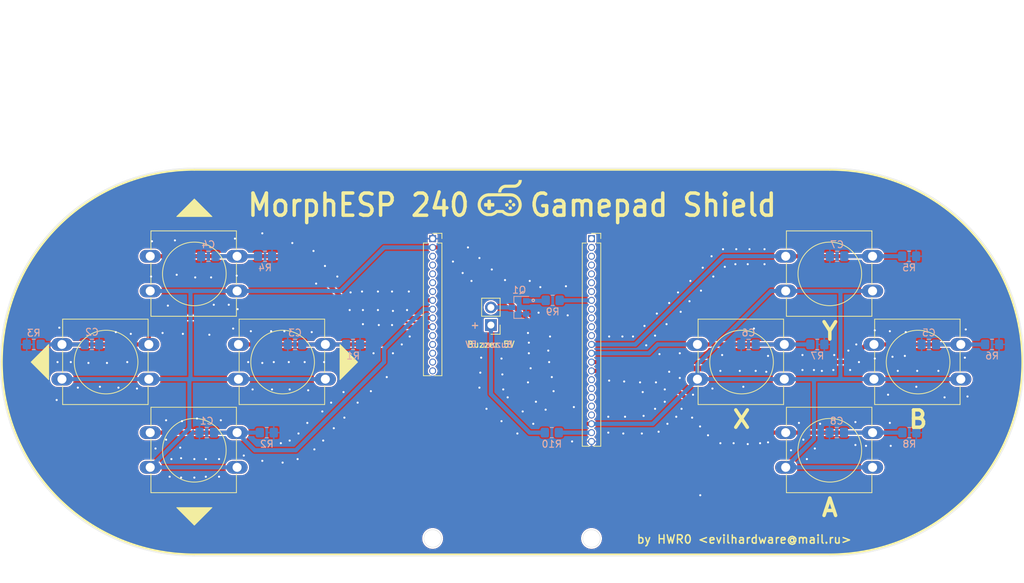
<source format=kicad_pcb>
(kicad_pcb (version 20171130) (host pcbnew "(5.1.8)-1")
  (layers (0 F.Cu signal) (31 B.Cu signal) (34 B.Paste user) (35 F.Paste user) (36 B.SilkS user) (37 F.SilkS user) (38 B.Mask user) (39 F.Mask user) (44 Edge.Cuts user))
  (net 0 "")
  (net 1 GND)
  (net 2 DOWN)
  (net 3 LEFT)
  (net 4 RIGHT)
  (net 5 UP)
  (net 6 BUTTONB)
  (net 7 BUTTONX)
  (net 8 BUTTONY)
  (net 9 BUTTONA)
  (net 10 "Net-(J1-Pad16)")
  (net 11 "Net-(J1-Pad15)")
  (net 12 "Net-(J1-Pad14)")
  (net 13 "Net-(J1-Pad13)")
  (net 14 "Net-(J1-Pad12)")
  (net 15 "Net-(J1-Pad7)")
  (net 16 "Net-(J1-Pad6)")
  (net 17 "Net-(J1-Pad5)")
  (net 18 "Net-(J1-Pad4)")
  (net 19 "Net-(J1-Pad3)")
  (net 20 LV)
  (net 21 HV)
  (net 22 "Net-(J2-Pad21)")
  (net 23 "Net-(J2-Pad20)")
  (net 24 "Net-(J2-Pad19)")
  (net 25 /TXD1)
  (net 26 /RXD1)
  (net 27 /IO39)
  (net 28 "Net-(J2-Pad7)")
  (net 29 "Net-(J2-Pad6)")
  (net 30 /IO41)
  (net 31 /TXD0)
  (net 32 /RXD0)
  (net 33 "Net-(J2-Pad2)")
  (net 34 "Net-(J2-Pad1)")
  (net 35 "Net-(J3-Pad2)")
  (net 36 "Net-(Q1-Pad1)")
  (net 37 "Net-(J3-Pad1)")
  (net 38 /IO35)
  (net 39 /IO36)
  (net 40 /IO37)
  (net 41 /IO38)
  (module mesp240_gamepadshield:SW_PUSH-12mm_with_3dmodel (layer F.Cu) (at 180.34 116.84)
    (fp_text reference SW8 hide)
    (fp_text value "Button A")
    (pad 2 thru_hole oval (at 0 5) (size 3.048 1.85) (drill 1.3) (layers *.Cu *.Mask) (net 20 LV))
    (pad 1 thru_hole oval (at 0 0) (size 3.048 1.85) (drill 1.3) (layers *.Cu *.Mask) (net 9 BUTTONA))
    (pad 2 thru_hole oval (at 12.5 5) (size 3.048 1.85) (drill 1.3) (layers *.Cu *.Mask) (net 20 LV))
    (pad 1 thru_hole oval (at 12.5 0) (size 3.048 1.85) (drill 1.3) (layers *.Cu *.Mask) (net 9 BUTTONA))
  )
  (module mesp240_gamepadshield:SW_PUSH-12mm_with_3dmodel (layer F.Cu) (at 180.34 91.44)
    (fp_text reference SW7 hide)
    (fp_text value "Button Y")
    (pad 2 thru_hole oval (at 0 5) (size 3.048 1.85) (drill 1.3) (layers *.Cu *.Mask) (net 20 LV))
    (pad 1 thru_hole oval (at 0 0) (size 3.048 1.85) (drill 1.3) (layers *.Cu *.Mask) (net 8 BUTTONY))
    (pad 2 thru_hole oval (at 12.5 5) (size 3.048 1.85) (drill 1.3) (layers *.Cu *.Mask) (net 20 LV))
    (pad 1 thru_hole oval (at 12.5 0) (size 3.048 1.85) (drill 1.3) (layers *.Cu *.Mask) (net 8 BUTTONY))
  )
  (module mesp240_gamepadshield:SW_PUSH-12mm_with_3dmodel (layer F.Cu) (at 167.64 104.14)
    (fp_text reference SW6 hide)
    (fp_text value "Button X")
    (pad 2 thru_hole oval (at 0 5) (size 3.048 1.85) (drill 1.3) (layers *.Cu *.Mask) (net 20 LV))
    (pad 1 thru_hole oval (at 0 0) (size 3.048 1.85) (drill 1.3) (layers *.Cu *.Mask) (net 7 BUTTONX))
    (pad 2 thru_hole oval (at 12.5 5) (size 3.048 1.85) (drill 1.3) (layers *.Cu *.Mask) (net 20 LV))
    (pad 1 thru_hole oval (at 12.5 0) (size 3.048 1.85) (drill 1.3) (layers *.Cu *.Mask) (net 7 BUTTONX))
  )
  (module mesp240_gamepadshield:SW_PUSH-12mm_with_3dmodel (layer F.Cu) (at 193.04 104.14)
    (fp_text reference SW5 hide)
    (fp_text value "Button B")
    (pad 2 thru_hole oval (at 0 5) (size 3.048 1.85) (drill 1.3) (layers *.Cu *.Mask) (net 20 LV))
    (pad 1 thru_hole oval (at 0 0) (size 3.048 1.85) (drill 1.3) (layers *.Cu *.Mask) (net 6 BUTTONB))
    (pad 2 thru_hole oval (at 12.5 5) (size 3.048 1.85) (drill 1.3) (layers *.Cu *.Mask) (net 20 LV))
    (pad 1 thru_hole oval (at 12.5 0) (size 3.048 1.85) (drill 1.3) (layers *.Cu *.Mask) (net 6 BUTTONB))
  )
  (module mesp240_gamepadshield:SW_PUSH-12mm_with_3dmodel (layer F.Cu) (at 88.9 91.44)
    (fp_text reference SW4 hide)
    (fp_text value "Button UP")
    (pad 2 thru_hole oval (at 0 5) (size 3.048 1.85) (drill 1.3) (layers *.Cu *.Mask) (net 20 LV))
    (pad 1 thru_hole oval (at 0 0) (size 3.048 1.85) (drill 1.3) (layers *.Cu *.Mask) (net 5 UP))
    (pad 2 thru_hole oval (at 12.5 5) (size 3.048 1.85) (drill 1.3) (layers *.Cu *.Mask) (net 20 LV))
    (pad 1 thru_hole oval (at 12.5 0) (size 3.048 1.85) (drill 1.3) (layers *.Cu *.Mask) (net 5 UP))
  )
  (module mesp240_gamepadshield:SW_PUSH-12mm_with_3dmodel (layer F.Cu) (at 101.6 104.14)
    (fp_text reference SW3 hide)
    (fp_text value "Button Right")
    (pad 2 thru_hole oval (at 0 5) (size 3.048 1.85) (drill 1.3) (layers *.Cu *.Mask) (net 20 LV))
    (pad 1 thru_hole oval (at 0 0) (size 3.048 1.85) (drill 1.3) (layers *.Cu *.Mask) (net 4 RIGHT))
    (pad 2 thru_hole oval (at 12.5 5) (size 3.048 1.85) (drill 1.3) (layers *.Cu *.Mask) (net 20 LV))
    (pad 1 thru_hole oval (at 12.5 0) (size 3.048 1.85) (drill 1.3) (layers *.Cu *.Mask) (net 4 RIGHT))
  )
  (module mesp240_gamepadshield:SW_PUSH-12mm_with_3dmodel (layer F.Cu) (at 76.2 104.14)
    (fp_text reference SW2 hide)
    (fp_text value "Button LEFT")
    (pad 2 thru_hole oval (at 0 5) (size 3.048 1.85) (drill 1.3) (layers *.Cu *.Mask) (net 20 LV))
    (pad 1 thru_hole oval (at 0 0) (size 3.048 1.85) (drill 1.3) (layers *.Cu *.Mask) (net 3 LEFT))
    (pad 2 thru_hole oval (at 12.5 5) (size 3.048 1.85) (drill 1.3) (layers *.Cu *.Mask) (net 20 LV))
    (pad 1 thru_hole oval (at 12.5 0) (size 3.048 1.85) (drill 1.3) (layers *.Cu *.Mask) (net 3 LEFT))
  )
  (module mesp240_gamepadshield:SW_PUSH-12mm_with_3dmodel (layer F.Cu) (at 88.9 116.84)
    (fp_text reference SW1 hide)
    (fp_text value "Button DOWN")
    (pad 2 thru_hole oval (at 0 5) (size 3.048 1.85) (drill 1.3) (layers *.Cu *.Mask) (net 20 LV))
    (pad 1 thru_hole oval (at 0 0) (size 3.048 1.85) (drill 1.3) (layers *.Cu *.Mask) (net 2 DOWN))
    (pad 2 thru_hole oval (at 12.5 5) (size 3.048 1.85) (drill 1.3) (layers *.Cu *.Mask) (net 20 LV))
    (pad 1 thru_hole oval (at 12.5 0) (size 3.048 1.85) (drill 1.3) (layers *.Cu *.Mask) (net 2 DOWN))
  )
  (module Resistor_SMD:R_0805_2012Metric_Pad1.20x1.40mm_HandSolder (layer B.Cu) (at 146.685 116.84)
    (fp_text reference R10 (at 0 1.65) (layer B.SilkS) (effects (justify mirror)))
    (fp_text value 100R)
    (pad 2 smd roundrect (at 1 0) (size 1.2 1.4) (layers B.Cu B.Paste B.Mask) (roundrect_rratio 0.2083325) (net 21 HV))
    (pad 1 smd roundrect (at -1 0) (size 1.2 1.4) (layers B.Cu B.Paste B.Mask) (roundrect_rratio 0.2083325) (net 37 "Net-(J3-Pad1)"))
  )
  (module mesp240_gamepadshield:gamepad_symbol_slk (layer F.Cu) (at 139.192 83.058)
    (fp_text reference G*** hide)
    (fp_text value LOGO hide)
  )
  (module Resistor_SMD:R_0805_2012Metric_Pad1.20x1.40mm_HandSolder (layer B.Cu) (at 146.812 97.79)
    (fp_text reference R9 (at 0 1.65) (layer B.SilkS) (effects (justify mirror)))
    (fp_text value 1K)
    (pad 2 smd roundrect (at 1 0) (size 1.2 1.4) (layers B.Cu B.Paste B.Mask) (roundrect_rratio 0.2083325) (net 27 /IO39))
    (pad 1 smd roundrect (at -1 0) (size 1.2 1.4) (layers B.Cu B.Paste B.Mask) (roundrect_rratio 0.2083325) (net 36 "Net-(Q1-Pad1)"))
  )
  (module Resistor_SMD:R_0805_2012Metric_Pad1.20x1.40mm_HandSolder (layer B.Cu) (at 198.136 116.84)
    (fp_text reference R8 (at 0 1.65) (layer B.SilkS) (effects (justify mirror)))
    (fp_text value 10K)
    (pad 2 smd roundrect (at 1 0) (size 1.2 1.4) (layers B.Cu B.Paste B.Mask) (roundrect_rratio 0.2083325) (net 1 GND))
    (pad 1 smd roundrect (at -1 0) (size 1.2 1.4) (layers B.Cu B.Paste B.Mask) (roundrect_rratio 0.2083325) (net 9 BUTTONA))
  )
  (module Resistor_SMD:R_0805_2012Metric_Pad1.20x1.40mm_HandSolder (layer B.Cu) (at 184.896 104.14)
    (fp_text reference R7 (at 0 1.65) (layer B.SilkS) (effects (justify mirror)))
    (fp_text value 10K)
    (pad 2 smd roundrect (at 1 0) (size 1.2 1.4) (layers B.Cu B.Paste B.Mask) (roundrect_rratio 0.2083325) (net 1 GND))
    (pad 1 smd roundrect (at -1 0) (size 1.2 1.4) (layers B.Cu B.Paste B.Mask) (roundrect_rratio 0.2083325) (net 7 BUTTONX))
  )
  (module Resistor_SMD:R_0805_2012Metric_Pad1.20x1.40mm_HandSolder (layer B.Cu) (at 210.042 104.14)
    (fp_text reference R6 (at 0 1.65) (layer B.SilkS) (effects (justify mirror)))
    (fp_text value 10K)
    (pad 2 smd roundrect (at 1 0) (size 1.2 1.4) (layers B.Cu B.Paste B.Mask) (roundrect_rratio 0.2083325) (net 1 GND))
    (pad 1 smd roundrect (at -1 0) (size 1.2 1.4) (layers B.Cu B.Paste B.Mask) (roundrect_rratio 0.2083325) (net 6 BUTTONB))
  )
  (module Resistor_SMD:R_0805_2012Metric_Pad1.20x1.40mm_HandSolder (layer B.Cu) (at 198.104 91.44)
    (fp_text reference R5 (at 0 1.65) (layer B.SilkS) (effects (justify mirror)))
    (fp_text value 10K)
    (pad 2 smd roundrect (at 1 0) (size 1.2 1.4) (layers B.Cu B.Paste B.Mask) (roundrect_rratio 0.2083325) (net 1 GND))
    (pad 1 smd roundrect (at -1 0) (size 1.2 1.4) (layers B.Cu B.Paste B.Mask) (roundrect_rratio 0.2083325) (net 8 BUTTONY))
  )
  (module Resistor_SMD:R_0805_2012Metric_Pad1.20x1.40mm_HandSolder (layer B.Cu) (at 105.426 91.44)
    (fp_text reference R4 (at 0 1.65) (layer B.SilkS) (effects (justify mirror)))
    (fp_text value 10K)
    (pad 2 smd roundrect (at 1 0) (size 1.2 1.4) (layers B.Cu B.Paste B.Mask) (roundrect_rratio 0.2083325) (net 1 GND))
    (pad 1 smd roundrect (at -1 0) (size 1.2 1.4) (layers B.Cu B.Paste B.Mask) (roundrect_rratio 0.2083325) (net 5 UP))
  )
  (module Resistor_SMD:R_0805_2012Metric_Pad1.20x1.40mm_HandSolder (layer B.Cu) (at 72.136 104.14 180)
    (fp_text reference R3 (at 0 1.65) (layer B.SilkS) (effects (justify mirror)))
    (fp_text value 10K)
    (pad 2 smd roundrect (at 1 0 180) (size 1.2 1.4) (layers B.Cu B.Paste B.Mask) (roundrect_rratio 0.2083325) (net 1 GND))
    (pad 1 smd roundrect (at -1 0 180) (size 1.2 1.4) (layers B.Cu B.Paste B.Mask) (roundrect_rratio 0.2083325) (net 3 LEFT))
  )
  (module Resistor_SMD:R_0805_2012Metric_Pad1.20x1.40mm_HandSolder (layer B.Cu) (at 105.68 116.84)
    (fp_text reference R2 (at 0 1.65) (layer B.SilkS) (effects (justify mirror)))
    (fp_text value 10K)
    (pad 2 smd roundrect (at 1 0) (size 1.2 1.4) (layers B.Cu B.Paste B.Mask) (roundrect_rratio 0.2083325) (net 1 GND))
    (pad 1 smd roundrect (at -1 0) (size 1.2 1.4) (layers B.Cu B.Paste B.Mask) (roundrect_rratio 0.2083325) (net 2 DOWN))
  )
  (module Resistor_SMD:R_0805_2012Metric_Pad1.20x1.40mm_HandSolder (layer B.Cu) (at 118.094 104.14)
    (fp_text reference R1 (at 0 1.65) (layer B.SilkS) (effects (justify mirror)))
    (fp_text value 10K)
    (pad 2 smd roundrect (at 1 0) (size 1.2 1.4) (layers B.Cu B.Paste B.Mask) (roundrect_rratio 0.2083325) (net 1 GND))
    (pad 1 smd roundrect (at -1 0) (size 1.2 1.4) (layers B.Cu B.Paste B.Mask) (roundrect_rratio 0.2083325) (net 4 RIGHT))
  )
  (module Package_TO_SOT_SMD:SOT-23 (layer B.Cu) (at 141.986 98.806 180)
    (fp_text reference Q1 (at 0 2.5) (layer B.SilkS) (effects (justify mirror)))
    (fp_text value MMBT3904)
    (pad 3 smd rect (at 1 0 180) (size 0.9 0.8) (layers B.Cu B.Paste B.Mask) (net 35 "Net-(J3-Pad2)"))
    (pad 2 smd rect (at -1 -0.95 180) (size 0.9 0.8) (layers B.Cu B.Paste B.Mask) (net 1 GND))
    (pad 1 smd rect (at -1 0.95 180) (size 0.9 0.8) (layers B.Cu B.Paste B.Mask) (net 36 "Net-(Q1-Pad1)"))
  )
  (module Connector_PinHeader_2.54mm:PinHeader_1x02_P2.54mm_Vertical (layer F.Cu) (at 137.922 101.346 180)
    (fp_text reference J3 hide)
    (fp_text value "Piezo Connector")
    (pad 2 thru_hole oval (at 0 2.54 180) (size 1.7 1.7) (drill 1) (layers *.Cu *.Mask) (net 35 "Net-(J3-Pad2)"))
    (pad 1 thru_hole rect (at 0 0 180) (size 1.7 1.7) (drill 1) (layers *.Cu *.Mask) (net 37 "Net-(J3-Pad1)"))
  )
  (module Connector_PinSocket_1.27mm:PinSocket_1x24_P1.27mm_Vertical (layer F.Cu) (at 152.4 88.9)
    (fp_text reference J2 hide)
    (fp_text value "1.27P CNX")
    (pad 24 thru_hole oval (at 0 29.21) (size 1 1) (drill 0.7) (layers *.Cu *.Mask) (net 1 GND))
    (pad 23 thru_hole oval (at 0 27.94) (size 1 1) (drill 0.7) (layers *.Cu *.Mask) (net 21 HV))
    (pad 22 thru_hole oval (at 0 26.67) (size 1 1) (drill 0.7) (layers *.Cu *.Mask) (net 20 LV))
    (pad 21 thru_hole oval (at 0 25.4) (size 1 1) (drill 0.7) (layers *.Cu *.Mask) (net 22 "Net-(J2-Pad21)"))
    (pad 20 thru_hole oval (at 0 24.13) (size 1 1) (drill 0.7) (layers *.Cu *.Mask) (net 23 "Net-(J2-Pad20)"))
    (pad 19 thru_hole oval (at 0 22.86) (size 1 1) (drill 0.7) (layers *.Cu *.Mask) (net 24 "Net-(J2-Pad19)"))
    (pad 18 thru_hole oval (at 0 21.59) (size 1 1) (drill 0.7) (layers *.Cu *.Mask) (net 25 /TXD1))
    (pad 17 thru_hole oval (at 0 20.32) (size 1 1) (drill 0.7) (layers *.Cu *.Mask) (net 26 /RXD1))
    (pad 16 thru_hole oval (at 0 19.05) (size 1 1) (drill 0.7) (layers *.Cu *.Mask) (net 9 BUTTONA))
    (pad 15 thru_hole oval (at 0 17.78) (size 1 1) (drill 0.7) (layers *.Cu *.Mask) (net 6 BUTTONB))
    (pad 14 thru_hole oval (at 0 16.51) (size 1 1) (drill 0.7) (layers *.Cu *.Mask) (net 7 BUTTONX))
    (pad 13 thru_hole oval (at 0 15.24) (size 1 1) (drill 0.7) (layers *.Cu *.Mask) (net 8 BUTTONY))
    (pad 12 thru_hole oval (at 0 13.97) (size 1 1) (drill 0.7) (layers *.Cu *.Mask) (net 38 /IO35))
    (pad 11 thru_hole oval (at 0 12.7) (size 1 1) (drill 0.7) (layers *.Cu *.Mask) (net 39 /IO36))
    (pad 10 thru_hole oval (at 0 11.43) (size 1 1) (drill 0.7) (layers *.Cu *.Mask) (net 40 /IO37))
    (pad 9 thru_hole oval (at 0 10.16) (size 1 1) (drill 0.7) (layers *.Cu *.Mask) (net 41 /IO38))
    (pad 8 thru_hole oval (at 0 8.89) (size 1 1) (drill 0.7) (layers *.Cu *.Mask) (net 27 /IO39))
    (pad 7 thru_hole oval (at 0 7.62) (size 1 1) (drill 0.7) (layers *.Cu *.Mask) (net 28 "Net-(J2-Pad7)"))
    (pad 6 thru_hole oval (at 0 6.35) (size 1 1) (drill 0.7) (layers *.Cu *.Mask) (net 29 "Net-(J2-Pad6)"))
    (pad 5 thru_hole oval (at 0 5.08) (size 1 1) (drill 0.7) (layers *.Cu *.Mask) (net 30 /IO41))
    (pad 4 thru_hole oval (at 0 3.81) (size 1 1) (drill 0.7) (layers *.Cu *.Mask) (net 31 /TXD0))
    (pad 3 thru_hole oval (at 0 2.54) (size 1 1) (drill 0.7) (layers *.Cu *.Mask) (net 32 /RXD0))
    (pad 2 thru_hole oval (at 0 1.27) (size 1 1) (drill 0.7) (layers *.Cu *.Mask) (net 33 "Net-(J2-Pad2)"))
    (pad 1 thru_hole rect (at 0 0) (size 1 1) (drill 0.7) (layers *.Cu *.Mask) (net 34 "Net-(J2-Pad1)"))
  )
  (module Connector_PinSocket_1.27mm:PinSocket_1x16_P1.27mm_Vertical (layer F.Cu) (at 129.54 88.9)
    (fp_text reference J1 hide)
    (fp_text value "1.27P CNX")
    (pad 16 thru_hole oval (at 0 19.05) (size 1 1) (drill 0.7) (layers *.Cu *.Mask) (net 10 "Net-(J1-Pad16)"))
    (pad 15 thru_hole oval (at 0 17.78) (size 1 1) (drill 0.7) (layers *.Cu *.Mask) (net 11 "Net-(J1-Pad15)"))
    (pad 14 thru_hole oval (at 0 16.51) (size 1 1) (drill 0.7) (layers *.Cu *.Mask) (net 12 "Net-(J1-Pad14)"))
    (pad 13 thru_hole oval (at 0 15.24) (size 1 1) (drill 0.7) (layers *.Cu *.Mask) (net 13 "Net-(J1-Pad13)"))
    (pad 12 thru_hole oval (at 0 13.97) (size 1 1) (drill 0.7) (layers *.Cu *.Mask) (net 14 "Net-(J1-Pad12)"))
    (pad 11 thru_hole oval (at 0 12.7) (size 1 1) (drill 0.7) (layers *.Cu *.Mask) (net 4 RIGHT))
    (pad 10 thru_hole oval (at 0 11.43) (size 1 1) (drill 0.7) (layers *.Cu *.Mask) (net 3 LEFT))
    (pad 9 thru_hole oval (at 0 10.16) (size 1 1) (drill 0.7) (layers *.Cu *.Mask) (net 2 DOWN))
    (pad 8 thru_hole oval (at 0 8.89) (size 1 1) (drill 0.7) (layers *.Cu *.Mask) (net 5 UP))
    (pad 7 thru_hole oval (at 0 7.62) (size 1 1) (drill 0.7) (layers *.Cu *.Mask) (net 15 "Net-(J1-Pad7)"))
    (pad 6 thru_hole oval (at 0 6.35) (size 1 1) (drill 0.7) (layers *.Cu *.Mask) (net 16 "Net-(J1-Pad6)"))
    (pad 5 thru_hole oval (at 0 5.08) (size 1 1) (drill 0.7) (layers *.Cu *.Mask) (net 17 "Net-(J1-Pad5)"))
    (pad 4 thru_hole oval (at 0 3.81) (size 1 1) (drill 0.7) (layers *.Cu *.Mask) (net 18 "Net-(J1-Pad4)"))
    (pad 3 thru_hole oval (at 0 2.54) (size 1 1) (drill 0.7) (layers *.Cu *.Mask) (net 19 "Net-(J1-Pad3)"))
    (pad 2 thru_hole oval (at 0 1.27) (size 1 1) (drill 0.7) (layers *.Cu *.Mask) (net 20 LV))
    (pad 1 thru_hole rect (at 0 0) (size 1 1) (drill 0.7) (layers *.Cu *.Mask) (net 1 GND))
  )
  (module Capacitor_SMD:C_0805_2012Metric_Pad1.18x1.45mm_HandSolder (layer B.Cu) (at 187.6845 116.84 180)
    (fp_text reference C8 (at 0 1.68) (layer B.SilkS) (effects (justify mirror)))
    (fp_text value 100nF)
    (pad 2 smd roundrect (at 1.0375 0 180) (size 1.175 1.45) (layers B.Cu B.Paste B.Mask) (roundrect_rratio 0.2127659574468085) (net 1 GND))
    (pad 1 smd roundrect (at -1.0375 0 180) (size 1.175 1.45) (layers B.Cu B.Paste B.Mask) (roundrect_rratio 0.2127659574468085) (net 9 BUTTONA))
  )
  (module Capacitor_SMD:C_0805_2012Metric_Pad1.18x1.45mm_HandSolder (layer B.Cu) (at 187.7275 91.44 180)
    (fp_text reference C7 (at 0 1.68) (layer B.SilkS) (effects (justify mirror)))
    (fp_text value 100nF)
    (pad 2 smd roundrect (at 1.0375 0 180) (size 1.175 1.45) (layers B.Cu B.Paste B.Mask) (roundrect_rratio 0.2127659574468085) (net 1 GND))
    (pad 1 smd roundrect (at -1.0375 0 180) (size 1.175 1.45) (layers B.Cu B.Paste B.Mask) (roundrect_rratio 0.2127659574468085) (net 8 BUTTONY))
  )
  (module Capacitor_SMD:C_0805_2012Metric_Pad1.18x1.45mm_HandSolder (layer B.Cu) (at 174.9845 104.14 180)
    (fp_text reference C6 (at 0 1.68) (layer B.SilkS) (effects (justify mirror)))
    (fp_text value 100nF)
    (pad 2 smd roundrect (at 1.0375 0 180) (size 1.175 1.45) (layers B.Cu B.Paste B.Mask) (roundrect_rratio 0.2127659574468085) (net 1 GND))
    (pad 1 smd roundrect (at -1.0375 0 180) (size 1.175 1.45) (layers B.Cu B.Paste B.Mask) (roundrect_rratio 0.2127659574468085) (net 7 BUTTONX))
  )
  (module Capacitor_SMD:C_0805_2012Metric_Pad1.18x1.45mm_HandSolder (layer B.Cu) (at 200.9355 104.14 180)
    (fp_text reference C5 (at 0 1.68) (layer B.SilkS) (effects (justify mirror)))
    (fp_text value 100nF)
    (pad 2 smd roundrect (at 1.0375 0 180) (size 1.175 1.45) (layers B.Cu B.Paste B.Mask) (roundrect_rratio 0.2127659574468085) (net 1 GND))
    (pad 1 smd roundrect (at -1.0375 0 180) (size 1.175 1.45) (layers B.Cu B.Paste B.Mask) (roundrect_rratio 0.2127659574468085) (net 6 BUTTONB))
  )
  (module Capacitor_SMD:C_0805_2012Metric_Pad1.18x1.45mm_HandSolder (layer B.Cu) (at 97.2605 91.44 180)
    (fp_text reference C4 (at 0 1.68) (layer B.SilkS) (effects (justify mirror)))
    (fp_text value 100nF)
    (pad 2 smd roundrect (at 1.0375 0 180) (size 1.175 1.45) (layers B.Cu B.Paste B.Mask) (roundrect_rratio 0.2127659574468085) (net 1 GND))
    (pad 1 smd roundrect (at -1.0375 0 180) (size 1.175 1.45) (layers B.Cu B.Paste B.Mask) (roundrect_rratio 0.2127659574468085) (net 5 UP))
  )
  (module Capacitor_SMD:C_0805_2012Metric_Pad1.18x1.45mm_HandSolder (layer B.Cu) (at 109.728 104.14 180)
    (fp_text reference C3 (at 0 1.68) (layer B.SilkS) (effects (justify mirror)))
    (fp_text value 100nF)
    (pad 2 smd roundrect (at 1.0375 0 180) (size 1.175 1.45) (layers B.Cu B.Paste B.Mask) (roundrect_rratio 0.2127659574468085) (net 1 GND))
    (pad 1 smd roundrect (at -1.0375 0 180) (size 1.175 1.45) (layers B.Cu B.Paste B.Mask) (roundrect_rratio 0.2127659574468085) (net 4 RIGHT))
  )
  (module Capacitor_SMD:C_0805_2012Metric_Pad1.18x1.45mm_HandSolder (layer B.Cu) (at 80.518 104.14)
    (fp_text reference C2 (at 0 -1.778) (layer B.SilkS) (effects (justify mirror)))
    (fp_text value 100nF)
    (pad 2 smd roundrect (at 1.0375 0) (size 1.175 1.45) (layers B.Cu B.Paste B.Mask) (roundrect_rratio 0.2127659574468085) (net 1 GND))
    (pad 1 smd roundrect (at -1.0375 0) (size 1.175 1.45) (layers B.Cu B.Paste B.Mask) (roundrect_rratio 0.2127659574468085) (net 3 LEFT))
  )
  (module Capacitor_SMD:C_0805_2012Metric_Pad1.18x1.45mm_HandSolder (layer B.Cu) (at 97.028 116.84 180)
    (fp_text reference C1 (at 0 1.68) (layer B.SilkS) (effects (justify mirror)))
    (fp_text value 100nF)
    (pad 2 smd roundrect (at 1.0375 0 180) (size 1.175 1.45) (layers B.Cu B.Paste B.Mask) (roundrect_rratio 0.2127659574468085) (net 1 GND))
    (pad 1 smd roundrect (at -1.0375 0 180) (size 1.175 1.45) (layers B.Cu B.Paste B.Mask) (roundrect_rratio 0.2127659574468085) (net 2 DOWN))
  )
  (gr_circle (center 144.018 97.79) (end 144.145 97.917) (layer B.SilkS) (width 0.15))
  (gr_poly (pts (xy 97.79 127.635) (xy 95.25 130.175) (xy 92.71 127.635)) (layer F.SilkS) (width 0.1))
  (gr_poly (pts (xy 116.205 104.14) (xy 118.745 106.68) (xy 116.205 109.22)) (layer F.SilkS) (width 0.1))
  (gr_poly (pts (xy 92.71 85.725) (xy 95.25 83.185) (xy 97.79 85.725)) (layer F.SilkS) (width 0.1))
  (gr_poly (pts (xy 74.295 109.22) (xy 71.755 106.68) (xy 74.295 104.14)) (layer F.SilkS) (width 0.1))
  (gr_text Y (at 186.69 102.235) (layer F.SilkS) (effects (font (size 2.5 2.5) (thickness 0.5))))
  (gr_text B (at 199.39 114.935) (layer F.SilkS) (effects (font (size 2.5 2.5) (thickness 0.5))))
  (gr_text A (at 186.69 127.635) (layer F.SilkS) (effects (font (size 2.5 2.5) (thickness 0.5))))
  (gr_text X (at 173.99 114.935) (layer F.SilkS) (effects (font (size 2.5 2.5) (thickness 0.5))))
  (gr_line (start 95.25 134.366) (end 186.69 134.366) (layer F.SilkS) (width 0.25))
  (gr_line (start 95.25 78.994) (end 186.69 78.994) (layer F.SilkS) (width 0.25))
  (gr_arc (start 186.69 106.68) (end 186.69 134.366) (angle -180) (layer F.SilkS) (width 0.25))
  (gr_arc (start 95.25 106.68) (end 95.25 78.994) (angle -180) (layer F.SilkS) (width 0.25))
  (gr_text + (at 135.636 101.346) (layer B.SilkS) (effects (font (size 1 1)) (justify mirror)))
  (gr_text + (at 135.636 101.346) (layer F.SilkS) (effects (font (size 1 1))))
  (gr_text "Buzzer 5V" (at 137.668 104.14) (layer B.SilkS) (effects (font (size 0.9 0.9)) (justify mirror)))
  (gr_text "Buzzer 5V" (at 137.922 104.14) (layer F.SilkS) (effects (font (size 0.9 0.9))))
  (gr_text "by HWR0 <evilhardware@mail.ru>" (at 174.371 132.207) (layer F.SilkS) (effects (font (size 1.2 1.2) (thickness 0.2))))
  (gr_text "MorphESP 240    Gamepad Shield" (at 140.97 84.074) (layer F.SilkS) (effects (font (size 3.2 2.9) (thickness 0.5))))
  (gr_line (start 95.25 78.74) (end 186.69 78.74) (layer Edge.Cuts) (width 0.05))
  (gr_line (start 95.25 134.62) (end 186.69 134.62) (layer Edge.Cuts) (width 0.05))
  (gr_arc (start 186.69 106.68) (end 186.69 134.62) (angle -90) (layer Edge.Cuts) (width 0.05))
  (gr_arc (start 186.69 106.68) (end 214.63 106.68) (angle -90) (layer Edge.Cuts) (width 0.05))
  (gr_arc (start 95.25 106.68) (end 95.25 78.74) (angle -90) (layer Edge.Cuts) (width 0.05))
  (gr_arc (start 95.25 106.68) (end 67.31 106.68) (angle -90) (layer Edge.Cuts) (width 0.05))
  (gr_circle (center 129.54 132.08) (end 130.81 132.08) (layer Edge.Cuts) (width 0.05))
  (gr_circle (center 152.4 132.08) (end 152.4 130.81) (layer Edge.Cuts) (width 0.05))
  (via (at 168.0464 125.857) (size 0.6) (drill 0.3) (layers F.Cu B.Cu) (net 1))
  (via (at 159.766 110.998) (size 0.6) (drill 0.3) (layers F.Cu B.Cu) (net 1))
  (via (at 165.1 105.41) (size 0.6) (drill 0.3) (layers F.Cu B.Cu) (net 1))
  (via (at 175.768 101.854) (size 0.6) (drill 0.3) (layers F.Cu B.Cu) (net 1))
  (segment (start 173.947 103.675) (end 175.768 101.854) (width 0.6) (layer B.Cu) (net 1))
  (segment (start 173.947 104.14) (end 173.947 103.675) (width 0.6) (layer B.Cu) (net 1))
  (via (at 154.94 102.997) (size 0.6) (drill 0.3) (layers F.Cu B.Cu) (net 1))
  (via (at 156.845 102.997) (size 0.6) (drill 0.3) (layers F.Cu B.Cu) (net 1))
  (via (at 158.369 102.997) (size 0.6) (drill 0.3) (layers F.Cu B.Cu) (net 1))
  (via (at 160.02 101.473) (size 0.6) (drill 0.3) (layers F.Cu B.Cu) (net 1))
  (via (at 161.798 99.695) (size 0.6) (drill 0.3) (layers F.Cu B.Cu) (net 1))
  (via (at 163.576 98.171) (size 0.6) (drill 0.3) (layers F.Cu B.Cu) (net 1))
  (via (at 164.846 96.647) (size 0.6) (drill 0.3) (layers F.Cu B.Cu) (net 1))
  (via (at 166.624 94.996) (size 0.6) (drill 0.3) (layers F.Cu B.Cu) (net 1))
  (via (at 168.402 93.091) (size 0.6) (drill 0.3) (layers F.Cu B.Cu) (net 1))
  (via (at 169.672 91.44) (size 0.6) (drill 0.3) (layers F.Cu B.Cu) (net 1))
  (via (at 171.323 90.424) (size 0.6) (drill 0.3) (layers F.Cu B.Cu) (net 1))
  (via (at 173.228 90.424) (size 0.6) (drill 0.3) (layers F.Cu B.Cu) (net 1))
  (via (at 175.133 90.424) (size 0.6) (drill 0.3) (layers F.Cu B.Cu) (net 1))
  (via (at 177.292 90.424) (size 0.6) (drill 0.3) (layers F.Cu B.Cu) (net 1))
  (via (at 177.292 92.583) (size 0.6) (drill 0.3) (layers F.Cu B.Cu) (net 1))
  (via (at 174.879 92.583) (size 0.6) (drill 0.3) (layers F.Cu B.Cu) (net 1))
  (via (at 173.101 92.583) (size 0.6) (drill 0.3) (layers F.Cu B.Cu) (net 1))
  (via (at 171.577 92.964) (size 0.6) (drill 0.3) (layers F.Cu B.Cu) (net 1))
  (via (at 169.926 94.361) (size 0.6) (drill 0.3) (layers F.Cu B.Cu) (net 1))
  (via (at 168.148 96.393) (size 0.6) (drill 0.3) (layers F.Cu B.Cu) (net 1))
  (via (at 166.497 97.917) (size 0.6) (drill 0.3) (layers F.Cu B.Cu) (net 1))
  (via (at 165.227 99.441) (size 0.6) (drill 0.3) (layers F.Cu B.Cu) (net 1))
  (via (at 163.195 101.219) (size 0.6) (drill 0.3) (layers F.Cu B.Cu) (net 1))
  (via (at 161.544 102.87) (size 0.6) (drill 0.3) (layers F.Cu B.Cu) (net 1))
  (via (at 160.274 104.267) (size 0.6) (drill 0.3) (layers F.Cu B.Cu) (net 1))
  (via (at 162.179 105.537) (size 0.6) (drill 0.3) (layers F.Cu B.Cu) (net 1))
  (via (at 163.576 108.077) (size 0.6) (drill 0.3) (layers F.Cu B.Cu) (net 1))
  (via (at 154.94 109.347) (size 0.6) (drill 0.3) (layers F.Cu B.Cu) (net 1))
  (via (at 157.099 109.474) (size 0.6) (drill 0.3) (layers F.Cu B.Cu) (net 1))
  (via (at 159.385 109.601) (size 0.6) (drill 0.3) (layers F.Cu B.Cu) (net 1))
  (via (at 161.671 109.601) (size 0.6) (drill 0.3) (layers F.Cu B.Cu) (net 1))
  (via (at 162.941 110.617) (size 0.6) (drill 0.3) (layers F.Cu B.Cu) (net 1))
  (via (at 165.354 113.411) (size 0.6) (drill 0.3) (layers F.Cu B.Cu) (net 1))
  (via (at 166.878 114.681) (size 0.6) (drill 0.3) (layers F.Cu B.Cu) (net 1))
  (via (at 168.021 115.951) (size 0.6) (drill 0.3) (layers F.Cu B.Cu) (net 1))
  (via (at 169.164 117.221) (size 0.6) (drill 0.3) (layers F.Cu B.Cu) (net 1))
  (via (at 170.942 118.364) (size 0.6) (drill 0.3) (layers F.Cu B.Cu) (net 1))
  (via (at 172.847 118.364) (size 0.6) (drill 0.3) (layers F.Cu B.Cu) (net 1))
  (via (at 174.879 118.491) (size 0.6) (drill 0.3) (layers F.Cu B.Cu) (net 1))
  (via (at 176.657 118.364) (size 0.6) (drill 0.3) (layers F.Cu B.Cu) (net 1))
  (via (at 177.8 118.237) (size 0.6) (drill 0.3) (layers F.Cu B.Cu) (net 1))
  (via (at 154.813 116.84) (size 0.6) (drill 0.3) (layers F.Cu B.Cu) (net 1))
  (via (at 156.972 116.967) (size 0.6) (drill 0.3) (layers F.Cu B.Cu) (net 1))
  (via (at 159.639 116.967) (size 0.6) (drill 0.3) (layers F.Cu B.Cu) (net 1))
  (via (at 162.052 116.713) (size 0.6) (drill 0.3) (layers F.Cu B.Cu) (net 1))
  (via (at 163.322 115.57) (size 0.6) (drill 0.3) (layers F.Cu B.Cu) (net 1))
  (via (at 164.592 114.554) (size 0.6) (drill 0.3) (layers F.Cu B.Cu) (net 1))
  (via (at 154.813 114.554) (size 0.6) (drill 0.3) (layers F.Cu B.Cu) (net 1))
  (via (at 157.226 114.554) (size 0.6) (drill 0.3) (layers F.Cu B.Cu) (net 1))
  (via (at 159.893 114.427) (size 0.6) (drill 0.3) (layers F.Cu B.Cu) (net 1))
  (via (at 161.544 113.411) (size 0.6) (drill 0.3) (layers F.Cu B.Cu) (net 1))
  (via (at 162.941 112.395) (size 0.6) (drill 0.3) (layers F.Cu B.Cu) (net 1))
  (via (at 165.1 108.966) (size 0.6) (drill 0.3) (layers F.Cu B.Cu) (net 1))
  (via (at 167.005 111.379) (size 0.6) (drill 0.3) (layers F.Cu B.Cu) (net 1))
  (via (at 169.799 110.49) (size 0.6) (drill 0.3) (layers F.Cu B.Cu) (net 1))
  (via (at 174.244 110.236) (size 0.6) (drill 0.3) (layers F.Cu B.Cu) (net 1))
  (via (at 170.942 107.95) (size 0.6) (drill 0.3) (layers F.Cu B.Cu) (net 1))
  (via (at 173.736 107.95) (size 0.6) (drill 0.3) (layers F.Cu B.Cu) (net 1))
  (via (at 176.022 107.95) (size 0.6) (drill 0.3) (layers F.Cu B.Cu) (net 1))
  (via (at 171.196 105.664) (size 0.6) (drill 0.3) (layers F.Cu B.Cu) (net 1))
  (via (at 177.8 105.791) (size 0.6) (drill 0.3) (layers F.Cu B.Cu) (net 1))
  (via (at 177.546 108.077) (size 0.6) (drill 0.3) (layers F.Cu B.Cu) (net 1))
  (via (at 182.753 107.823) (size 0.6) (drill 0.3) (layers F.Cu B.Cu) (net 1))
  (via (at 182.753 105.664) (size 0.6) (drill 0.3) (layers F.Cu B.Cu) (net 1))
  (via (at 184.404 107.823) (size 0.6) (drill 0.3) (layers F.Cu B.Cu) (net 1))
  (via (at 185.547 107.95) (size 0.6) (drill 0.3) (layers F.Cu B.Cu) (net 1))
  (via (at 187.325 105.664) (size 0.6) (drill 0.3) (layers F.Cu B.Cu) (net 1))
  (via (at 187.198 107.823) (size 0.6) (drill 0.3) (layers F.Cu B.Cu) (net 1))
  (via (at 189.357 105.029) (size 0.6) (drill 0.3) (layers F.Cu B.Cu) (net 1))
  (via (at 189.611 107.823) (size 0.6) (drill 0.3) (layers F.Cu B.Cu) (net 1))
  (via (at 190.881 106.68) (size 0.6) (drill 0.3) (layers F.Cu B.Cu) (net 1))
  (via (at 190.5 104.14) (size 0.6) (drill 0.3) (layers F.Cu B.Cu) (net 1))
  (via (at 193.167 106.172) (size 0.6) (drill 0.3) (layers F.Cu B.Cu) (net 1))
  (via (at 193.167 102.108) (size 0.6) (drill 0.3) (layers F.Cu B.Cu) (net 1))
  (via (at 195.326 102.235) (size 0.6) (drill 0.3) (layers F.Cu B.Cu) (net 1))
  (via (at 195.707 105.918) (size 0.6) (drill 0.3) (layers F.Cu B.Cu) (net 1))
  (via (at 197.485 105.791) (size 0.6) (drill 0.3) (layers F.Cu B.Cu) (net 1))
  (via (at 197.612 102.362) (size 0.6) (drill 0.3) (layers F.Cu B.Cu) (net 1))
  (via (at 206.121 106.045) (size 0.6) (drill 0.3) (layers F.Cu B.Cu) (net 1))
  (via (at 206.248 101.981) (size 0.6) (drill 0.3) (layers F.Cu B.Cu) (net 1))
  (via (at 206.502 111.633) (size 0.6) (drill 0.3) (layers F.Cu B.Cu) (net 1))
  (via (at 203.2 111.76) (size 0.6) (drill 0.3) (layers F.Cu B.Cu) (net 1))
  (via (at 199.136 110.236) (size 0.6) (drill 0.3) (layers F.Cu B.Cu) (net 1))
  (via (at 199.263 107.95) (size 0.6) (drill 0.3) (layers F.Cu B.Cu) (net 1))
  (via (at 196.469 107.95) (size 0.6) (drill 0.3) (layers F.Cu B.Cu) (net 1))
  (via (at 202.311 107.95) (size 0.6) (drill 0.3) (layers F.Cu B.Cu) (net 1))
  (via (at 195.072 111.379) (size 0.6) (drill 0.3) (layers F.Cu B.Cu) (net 1))
  (via (at 182.245 115.443) (size 0.6) (drill 0.3) (layers F.Cu B.Cu) (net 1))
  (via (at 182.88 117.856) (size 0.6) (drill 0.3) (layers F.Cu B.Cu) (net 1))
  (via (at 181.102 119.38) (size 0.6) (drill 0.3) (layers F.Cu B.Cu) (net 1))
  (via (at 183.388 120.65) (size 0.6) (drill 0.3) (layers F.Cu B.Cu) (net 1))
  (via (at 184.531 119.126) (size 0.6) (drill 0.3) (layers F.Cu B.Cu) (net 1))
  (via (at 185.293 115.57) (size 0.6) (drill 0.3) (layers F.Cu B.Cu) (net 1))
  (via (at 190.373 115.316) (size 0.6) (drill 0.3) (layers F.Cu B.Cu) (net 1))
  (via (at 190.373 118.618) (size 0.6) (drill 0.3) (layers F.Cu B.Cu) (net 1))
  (via (at 191.897 118.745) (size 0.6) (drill 0.3) (layers F.Cu B.Cu) (net 1))
  (via (at 195.453 118.745) (size 0.6) (drill 0.3) (layers F.Cu B.Cu) (net 1))
  (via (at 195.326 115.443) (size 0.6) (drill 0.3) (layers F.Cu B.Cu) (net 1))
  (via (at 136.525 106.045) (size 0.6) (drill 0.3) (layers F.Cu B.Cu) (net 1))
  (via (at 139.446 106.172) (size 0.6) (drill 0.3) (layers F.Cu B.Cu) (net 1))
  (via (at 136.398 108.204) (size 0.6) (drill 0.3) (layers F.Cu B.Cu) (net 1))
  (via (at 139.573 108.458) (size 0.6) (drill 0.3) (layers F.Cu B.Cu) (net 1))
  (via (at 136.271 110.363) (size 0.6) (drill 0.3) (layers F.Cu B.Cu) (net 1))
  (via (at 139.7 110.617) (size 0.6) (drill 0.3) (layers F.Cu B.Cu) (net 1))
  (via (at 137.287 113.411) (size 0.6) (drill 0.3) (layers F.Cu B.Cu) (net 1))
  (via (at 140.335 111.76) (size 0.6) (drill 0.3) (layers F.Cu B.Cu) (net 1))
  (via (at 139.446 115.189) (size 0.6) (drill 0.3) (layers F.Cu B.Cu) (net 1))
  (via (at 142.494 113.792) (size 0.6) (drill 0.3) (layers F.Cu B.Cu) (net 1))
  (via (at 141.732 116.967) (size 0.6) (drill 0.3) (layers F.Cu B.Cu) (net 1))
  (via (at 144.018 115.57) (size 0.6) (drill 0.3) (layers F.Cu B.Cu) (net 1))
  (via (at 149.606 118.11) (size 0.6) (drill 0.3) (layers F.Cu B.Cu) (net 1))
  (via (at 149.86 113.157) (size 0.6) (drill 0.3) (layers F.Cu B.Cu) (net 1))
  (via (at 145.796 113.538) (size 0.6) (drill 0.3) (layers F.Cu B.Cu) (net 1))
  (via (at 144.399 112.395) (size 0.6) (drill 0.3) (layers F.Cu B.Cu) (net 1))
  (via (at 146.939 110.871) (size 0.6) (drill 0.3) (layers F.Cu B.Cu) (net 1))
  (via (at 143.256 109.601) (size 0.6) (drill 0.3) (layers F.Cu B.Cu) (net 1))
  (via (at 146.685 108.839) (size 0.6) (drill 0.3) (layers F.Cu B.Cu) (net 1))
  (via (at 143.637 107.569) (size 0.6) (drill 0.3) (layers F.Cu B.Cu) (net 1))
  (via (at 146.304 106.68) (size 0.6) (drill 0.3) (layers F.Cu B.Cu) (net 1))
  (via (at 143.383 105.41) (size 0.6) (drill 0.3) (layers F.Cu B.Cu) (net 1))
  (via (at 146.177 105.029) (size 0.6) (drill 0.3) (layers F.Cu B.Cu) (net 1))
  (via (at 143.383 103.886) (size 0.6) (drill 0.3) (layers F.Cu B.Cu) (net 1))
  (via (at 146.431 102.997) (size 0.6) (drill 0.3) (layers F.Cu B.Cu) (net 1))
  (via (at 143.256 102.489) (size 0.6) (drill 0.3) (layers F.Cu B.Cu) (net 1))
  (via (at 144.78 99.568) (size 0.6) (drill 0.3) (layers F.Cu B.Cu) (net 1))
  (via (at 139.954 94.869) (size 0.6) (drill 0.3) (layers F.Cu B.Cu) (net 1))
  (via (at 143.51 94.996) (size 0.6) (drill 0.3) (layers F.Cu B.Cu) (net 1))
  (via (at 145.034 95.885) (size 0.6) (drill 0.3) (layers F.Cu B.Cu) (net 1))
  (via (at 148.717 95.758) (size 0.6) (drill 0.3) (layers F.Cu B.Cu) (net 1))
  (via (at 148.971 99.949) (size 0.6) (drill 0.3) (layers F.Cu B.Cu) (net 1))
  (via (at 135.128 94.996) (size 0.6) (drill 0.3) (layers F.Cu B.Cu) (net 1))
  (via (at 133.858 93.853) (size 0.6) (drill 0.3) (layers F.Cu B.Cu) (net 1))
  (via (at 136.271 91.694) (size 0.6) (drill 0.3) (layers F.Cu B.Cu) (net 1))
  (via (at 138.049 93.345) (size 0.6) (drill 0.3) (layers F.Cu B.Cu) (net 1))
  (via (at 134.62 90.17) (size 0.6) (drill 0.3) (layers F.Cu B.Cu) (net 1))
  (via (at 132.461 92.202) (size 0.6) (drill 0.3) (layers F.Cu B.Cu) (net 1))
  (via (at 117.729 96.647) (size 0.6) (drill 0.3) (layers F.Cu B.Cu) (net 1))
  (via (at 119.38 96.52) (size 0.6) (drill 0.3) (layers F.Cu B.Cu) (net 1))
  (via (at 121.666 96.52) (size 0.6) (drill 0.3) (layers F.Cu B.Cu) (net 1))
  (via (at 123.698 96.52) (size 0.6) (drill 0.3) (layers F.Cu B.Cu) (net 1))
  (via (at 126.111 96.52) (size 0.6) (drill 0.3) (layers F.Cu B.Cu) (net 1))
  (via (at 117.602 99.187) (size 0.6) (drill 0.3) (layers F.Cu B.Cu) (net 1))
  (via (at 119.507 99.187) (size 0.6) (drill 0.3) (layers F.Cu B.Cu) (net 1))
  (via (at 121.666 99.187) (size 0.6) (drill 0.3) (layers F.Cu B.Cu) (net 1))
  (via (at 123.825 99.314) (size 0.6) (drill 0.3) (layers F.Cu B.Cu) (net 1))
  (via (at 125.857 99.187) (size 0.6) (drill 0.3) (layers F.Cu B.Cu) (net 1))
  (via (at 119.507 101.219) (size 0.6) (drill 0.3) (layers F.Cu B.Cu) (net 1))
  (via (at 121.793 101.346) (size 0.6) (drill 0.3) (layers F.Cu B.Cu) (net 1))
  (via (at 123.698 101.346) (size 0.6) (drill 0.3) (layers F.Cu B.Cu) (net 1))
  (via (at 126.238 102.997) (size 0.6) (drill 0.3) (layers F.Cu B.Cu) (net 1))
  (via (at 125.095 104.14) (size 0.6) (drill 0.3) (layers F.Cu B.Cu) (net 1))
  (via (at 123.825 105.41) (size 0.6) (drill 0.3) (layers F.Cu B.Cu) (net 1))
  (via (at 121.031 105.41) (size 0.6) (drill 0.3) (layers F.Cu B.Cu) (net 1))
  (via (at 113.919 106.68) (size 0.6) (drill 0.3) (layers F.Cu B.Cu) (net 1))
  (via (at 111.125 106.68) (size 0.6) (drill 0.3) (layers F.Cu B.Cu) (net 1))
  (via (at 108.839 106.68) (size 0.6) (drill 0.3) (layers F.Cu B.Cu) (net 1))
  (via (at 106.68 106.68) (size 0.6) (drill 0.3) (layers F.Cu B.Cu) (net 1))
  (via (at 105.029 106.807) (size 0.6) (drill 0.3) (layers F.Cu B.Cu) (net 1))
  (via (at 102.997 106.68) (size 0.6) (drill 0.3) (layers F.Cu B.Cu) (net 1))
  (via (at 116.713 110.998) (size 0.6) (drill 0.3) (layers F.Cu B.Cu) (net 1))
  (via (at 118.745 112.522) (size 0.6) (drill 0.3) (layers F.Cu B.Cu) (net 1))
  (via (at 120.65 110.871) (size 0.6) (drill 0.3) (layers F.Cu B.Cu) (net 1))
  (via (at 122.936 108.839) (size 0.6) (drill 0.3) (layers F.Cu B.Cu) (net 1))
  (via (at 114.935 112.522) (size 0.6) (drill 0.3) (layers F.Cu B.Cu) (net 1))
  (via (at 116.84 114.681) (size 0.6) (drill 0.3) (layers F.Cu B.Cu) (net 1))
  (via (at 113.665 113.792) (size 0.6) (drill 0.3) (layers F.Cu B.Cu) (net 1))
  (via (at 115.316 116.205) (size 0.6) (drill 0.3) (layers F.Cu B.Cu) (net 1))
  (via (at 111.506 115.443) (size 0.6) (drill 0.3) (layers F.Cu B.Cu) (net 1))
  (via (at 113.792 117.983) (size 0.6) (drill 0.3) (layers F.Cu B.Cu) (net 1))
  (via (at 110.236 116.967) (size 0.6) (drill 0.3) (layers F.Cu B.Cu) (net 1))
  (via (at 112.522 119.253) (size 0.6) (drill 0.3) (layers F.Cu B.Cu) (net 1))
  (via (at 108.966 117.983) (size 0.6) (drill 0.3) (layers F.Cu B.Cu) (net 1))
  (via (at 110.109 120.65) (size 0.6) (drill 0.3) (layers F.Cu B.Cu) (net 1))
  (via (at 107.696 118.364) (size 0.6) (drill 0.3) (layers F.Cu B.Cu) (net 1))
  (via (at 107.95 121.158) (size 0.6) (drill 0.3) (layers F.Cu B.Cu) (net 1))
  (via (at 105.029 120.904) (size 0.6) (drill 0.3) (layers F.Cu B.Cu) (net 1))
  (via (at 102.362 120.142) (size 0.6) (drill 0.3) (layers F.Cu B.Cu) (net 1))
  (via (at 98.806 120.65) (size 0.6) (drill 0.3) (layers F.Cu B.Cu) (net 1))
  (via (at 98.806 123.19) (size 0.6) (drill 0.3) (layers F.Cu B.Cu) (net 1))
  (via (at 96.901 120.65) (size 0.6) (drill 0.3) (layers F.Cu B.Cu) (net 1))
  (via (at 96.901 123.19) (size 0.6) (drill 0.3) (layers F.Cu B.Cu) (net 1))
  (via (at 95.25 120.65) (size 0.6) (drill 0.3) (layers F.Cu B.Cu) (net 1))
  (via (at 95.25 123.317) (size 0.6) (drill 0.3) (layers F.Cu B.Cu) (net 1))
  (via (at 93.345 120.523) (size 0.6) (drill 0.3) (layers F.Cu B.Cu) (net 1))
  (via (at 93.345 123.317) (size 0.6) (drill 0.3) (layers F.Cu B.Cu) (net 1))
  (via (at 91.948 120.65) (size 0.6) (drill 0.3) (layers F.Cu B.Cu) (net 1))
  (via (at 91.694 123.19) (size 0.6) (drill 0.3) (layers F.Cu B.Cu) (net 1))
  (via (at 89.662 119.126) (size 0.6) (drill 0.3) (layers F.Cu B.Cu) (net 1))
  (via (at 91.186 117.856) (size 0.6) (drill 0.3) (layers F.Cu B.Cu) (net 1))
  (via (at 93.218 118.999) (size 0.6) (drill 0.3) (layers F.Cu B.Cu) (net 1))
  (via (at 91.186 115.062) (size 0.6) (drill 0.3) (layers F.Cu B.Cu) (net 1))
  (via (at 93.472 115.189) (size 0.6) (drill 0.3) (layers F.Cu B.Cu) (net 1))
  (via (at 95.631 114.808) (size 0.6) (drill 0.3) (layers F.Cu B.Cu) (net 1))
  (via (at 99.06 115.062) (size 0.6) (drill 0.3) (layers F.Cu B.Cu) (net 1))
  (via (at 78.486 110.363) (size 0.6) (drill 0.3) (layers F.Cu B.Cu) (net 1))
  (via (at 81.661 110.236) (size 0.6) (drill 0.3) (layers F.Cu B.Cu) (net 1))
  (via (at 84.328 110.363) (size 0.6) (drill 0.3) (layers F.Cu B.Cu) (net 1))
  (via (at 86.995 110.49) (size 0.6) (drill 0.3) (layers F.Cu B.Cu) (net 1))
  (via (at 103.632 110.617) (size 0.6) (drill 0.3) (layers F.Cu B.Cu) (net 1))
  (via (at 106.426 110.617) (size 0.6) (drill 0.3) (layers F.Cu B.Cu) (net 1))
  (via (at 108.966 110.617) (size 0.6) (drill 0.3) (layers F.Cu B.Cu) (net 1))
  (via (at 111.633 110.744) (size 0.6) (drill 0.3) (layers F.Cu B.Cu) (net 1))
  (via (at 103.378 102.235) (size 0.6) (drill 0.3) (layers F.Cu B.Cu) (net 1))
  (via (at 106.299 102.235) (size 0.6) (drill 0.3) (layers F.Cu B.Cu) (net 1))
  (via (at 108.204 102.235) (size 0.6) (drill 0.3) (layers F.Cu B.Cu) (net 1))
  (via (at 112.141 102.362) (size 0.6) (drill 0.3) (layers F.Cu B.Cu) (net 1))
  (via (at 83.947 102.362) (size 0.6) (drill 0.3) (layers F.Cu B.Cu) (net 1))
  (via (at 86.106 102.616) (size 0.6) (drill 0.3) (layers F.Cu B.Cu) (net 1))
  (via (at 77.47 106.68) (size 0.6) (drill 0.3) (layers F.Cu B.Cu) (net 1))
  (via (at 80.01 106.807) (size 0.6) (drill 0.3) (layers F.Cu B.Cu) (net 1))
  (via (at 82.677 106.807) (size 0.6) (drill 0.3) (layers F.Cu B.Cu) (net 1))
  (via (at 85.598 106.68) (size 0.6) (drill 0.3) (layers F.Cu B.Cu) (net 1))
  (via (at 75.819 101.727) (size 0.6) (drill 0.3) (layers F.Cu B.Cu) (net 1))
  (via (at 75.565 106.68) (size 0.6) (drill 0.3) (layers F.Cu B.Cu) (net 1))
  (via (at 75.438 112.141) (size 0.6) (drill 0.3) (layers F.Cu B.Cu) (net 1))
  (via (at 90.678 102.489) (size 0.6) (drill 0.3) (layers F.Cu B.Cu) (net 1))
  (via (at 93.599 102.616) (size 0.6) (drill 0.3) (layers F.Cu B.Cu) (net 1))
  (via (at 97.409 102.743) (size 0.6) (drill 0.3) (layers F.Cu B.Cu) (net 1))
  (via (at 100.838 101.854) (size 0.6) (drill 0.3) (layers F.Cu B.Cu) (net 1))
  (via (at 91.44 98.552) (size 0.6) (drill 0.3) (layers F.Cu B.Cu) (net 1))
  (via (at 98.044 98.425) (size 0.6) (drill 0.3) (layers F.Cu B.Cu) (net 1))
  (via (at 100.203 98.425) (size 0.6) (drill 0.3) (layers F.Cu B.Cu) (net 1))
  (via (at 112.776 95.377) (size 0.6) (drill 0.3) (layers F.Cu B.Cu) (net 1))
  (via (at 114.046 92.837) (size 0.6) (drill 0.3) (layers F.Cu B.Cu) (net 1))
  (via (at 115.824 94.361) (size 0.6) (drill 0.3) (layers F.Cu B.Cu) (net 1))
  (via (at 112.395 90.678) (size 0.6) (drill 0.3) (layers F.Cu B.Cu) (net 1))
  (via (at 109.347 89.535) (size 0.6) (drill 0.3) (layers F.Cu B.Cu) (net 1))
  (via (at 105.029 88.138) (size 0.6) (drill 0.3) (layers F.Cu B.Cu) (net 1))
  (via (at 101.346 94.234) (size 0.6) (drill 0.3) (layers F.Cu B.Cu) (net 1))
  (via (at 101.092 88.9) (size 0.6) (drill 0.3) (layers F.Cu B.Cu) (net 1))
  (via (at 101.473 99.06) (size 0.6) (drill 0.3) (layers F.Cu B.Cu) (net 1))
  (via (at 89.027 94.361) (size 0.6) (drill 0.3) (layers F.Cu B.Cu) (net 1))
  (via (at 89.154 89.281) (size 0.6) (drill 0.3) (layers F.Cu B.Cu) (net 1))
  (via (at 92.456 89.154) (size 0.6) (drill 0.3) (layers F.Cu B.Cu) (net 1))
  (via (at 92.71 94.107) (size 0.6) (drill 0.3) (layers F.Cu B.Cu) (net 1))
  (via (at 95.377 94.488) (size 0.6) (drill 0.3) (layers F.Cu B.Cu) (net 1))
  (via (at 97.663 94.488) (size 0.6) (drill 0.3) (layers F.Cu B.Cu) (net 1))
  (segment (start 98.0655 116.84) (end 101.4 116.84) (width 0.6) (layer B.Cu) (net 2))
  (segment (start 101.4 116.84) (end 104.68 116.84) (width 0.6) (layer B.Cu) (net 2))
  (segment (start 101.4 116.84) (end 88.9 116.84) (width 0.6) (layer F.Cu) (net 2))
  (segment (start 122.555 104.775) (end 128.27 99.06) (width 0.6) (layer B.Cu) (net 2))
  (segment (start 122.555 106.68) (end 122.555 104.775) (width 0.6) (layer B.Cu) (net 2))
  (segment (start 109.855 119.38) (end 122.555 106.68) (width 0.6) (layer B.Cu) (net 2))
  (segment (start 128.27 99.06) (end 129.54 99.06) (width 0.6) (layer B.Cu) (net 2))
  (segment (start 103.94 119.38) (end 109.855 119.38) (width 0.6) (layer B.Cu) (net 2))
  (segment (start 101.4 116.84) (end 103.94 119.38) (width 0.6) (layer B.Cu) (net 2))
  (segment (start 73.136 104.14) (end 76.2 104.14) (width 0.6) (layer B.Cu) (net 3))
  (segment (start 76.2 104.14) (end 79.4805 104.14) (width 0.6) (layer B.Cu) (net 3))
  (segment (start 76.2 104.14) (end 88.7 104.14) (width 0.6) (layer F.Cu) (net 3))
  (segment (start 90.985 100.33) (end 129.54 100.33) (width 0.6) (layer F.Cu) (net 3))
  (segment (start 88.7 102.615) (end 90.985 100.33) (width 0.6) (layer F.Cu) (net 3))
  (segment (start 88.7 104.14) (end 88.7 102.615) (width 0.6) (layer F.Cu) (net 3))
  (segment (start 110.7655 104.14) (end 114.1 104.14) (width 0.6) (layer B.Cu) (net 4))
  (segment (start 114.1 104.14) (end 117.094 104.14) (width 0.6) (layer B.Cu) (net 4))
  (segment (start 101.6 104.14) (end 114.1 104.14) (width 0.6) (layer F.Cu) (net 4))
  (segment (start 114.1 104.14) (end 122.555 104.14) (width 0.6) (layer F.Cu) (net 4))
  (segment (start 125.095 101.6) (end 129.54 101.6) (width 0.6) (layer F.Cu) (net 4))
  (segment (start 122.555 104.14) (end 125.095 101.6) (width 0.6) (layer F.Cu) (net 4))
  (segment (start 101.4 91.44) (end 104.426 91.44) (width 0.6) (layer B.Cu) (net 5))
  (segment (start 101.4 91.44) (end 98.298 91.44) (width 0.6) (layer B.Cu) (net 5))
  (segment (start 88.9 91.44) (end 101.4 91.44) (width 0.6) (layer F.Cu) (net 5))
  (segment (start 101.4 91.44) (end 110.49 91.44) (width 0.6) (layer F.Cu) (net 5))
  (segment (start 116.84 97.79) (end 129.54 97.79) (width 0.6) (layer F.Cu) (net 5))
  (segment (start 110.49 91.44) (end 116.84 97.79) (width 0.6) (layer F.Cu) (net 5))
  (segment (start 201.973 104.14) (end 205.54 104.14) (width 0.6) (layer B.Cu) (net 6))
  (segment (start 205.54 104.14) (end 209.042 104.14) (width 0.6) (layer B.Cu) (net 6))
  (segment (start 193.04 104.14) (end 191.9224 104.14) (width 0.6) (layer F.Cu) (net 6))
  (segment (start 189.3824 106.68) (end 152.4 106.68) (width 0.6) (layer F.Cu) (net 6))
  (segment (start 191.9224 104.14) (end 189.3824 106.68) (width 0.6) (layer F.Cu) (net 6))
  (segment (start 193.04 104.14) (end 205.54 104.14) (width 0.6) (layer F.Cu) (net 6))
  (segment (start 152.4 105.41) (end 160.655 105.41) (width 0.6) (layer B.Cu) (net 7))
  (segment (start 161.925 104.14) (end 167.64 104.14) (width 0.6) (layer B.Cu) (net 7))
  (segment (start 160.655 105.41) (end 161.925 104.14) (width 0.6) (layer B.Cu) (net 7))
  (segment (start 183.896 104.14) (end 180.14 104.14) (width 0.6) (layer B.Cu) (net 7))
  (segment (start 176.022 104.14) (end 180.14 104.14) (width 0.6) (layer B.Cu) (net 7))
  (segment (start 167.64 104.14) (end 180.14 104.14) (width 0.6) (layer F.Cu) (net 7))
  (segment (start 188.765 91.44) (end 192.84 91.44) (width 0.6) (layer B.Cu) (net 8))
  (segment (start 192.84 91.44) (end 197.104 91.44) (width 0.6) (layer B.Cu) (net 8))
  (segment (start 180.34 91.44) (end 171.3992 91.44) (width 0.6) (layer B.Cu) (net 8))
  (segment (start 158.6992 104.14) (end 152.4 104.14) (width 0.6) (layer B.Cu) (net 8))
  (segment (start 171.3992 91.44) (end 158.6992 104.14) (width 0.6) (layer B.Cu) (net 8))
  (segment (start 180.34 91.44) (end 192.84 91.44) (width 0.6) (layer F.Cu) (net 8))
  (segment (start 192.84 116.84) (end 188.722 116.84) (width 0.6) (layer B.Cu) (net 9))
  (segment (start 192.84 116.84) (end 197.136 116.84) (width 0.6) (layer B.Cu) (net 9))
  (segment (start 180.34 116.84) (end 170.8912 116.84) (width 0.6) (layer F.Cu) (net 9))
  (segment (start 162.0012 107.95) (end 152.4 107.95) (width 0.6) (layer F.Cu) (net 9))
  (segment (start 170.8912 116.84) (end 162.0012 107.95) (width 0.6) (layer F.Cu) (net 9))
  (segment (start 180.34 116.84) (end 192.84 116.84) (width 0.6) (layer F.Cu) (net 9))
  (segment (start 161.21 115.57) (end 167.64 109.14) (width 0.6) (layer B.Cu) (net 20))
  (segment (start 152.4 115.57) (end 161.21 115.57) (width 0.6) (layer B.Cu) (net 20))
  (segment (start 184.4078 117.7722) (end 180.34 121.84) (width 0.6) (layer B.Cu) (net 20))
  (segment (start 184.4078 109.14) (end 184.4078 117.7722) (width 0.6) (layer B.Cu) (net 20))
  (segment (start 180.14 109.14) (end 184.4078 109.14) (width 0.6) (layer B.Cu) (net 20))
  (segment (start 167.64 109.14) (end 180.14 109.14) (width 0.6) (layer B.Cu) (net 20))
  (segment (start 192.84 121.84) (end 180.34 121.84) (width 0.6) (layer B.Cu) (net 20))
  (segment (start 193.04 109.14) (end 205.54 109.14) (width 0.6) (layer B.Cu) (net 20))
  (segment (start 188.2178 96.6356) (end 188.4134 96.44) (width 0.6) (layer B.Cu) (net 20))
  (segment (start 188.4134 96.44) (end 192.84 96.44) (width 0.6) (layer B.Cu) (net 20))
  (segment (start 180.34 96.44) (end 188.4134 96.44) (width 0.6) (layer B.Cu) (net 20))
  (segment (start 184.4078 109.14) (end 188.2178 109.14) (width 0.6) (layer B.Cu) (net 20))
  (segment (start 188.2178 109.14) (end 188.2178 96.6356) (width 0.6) (layer B.Cu) (net 20))
  (segment (start 188.2178 109.14) (end 193.04 109.14) (width 0.6) (layer B.Cu) (net 20))
  (segment (start 88.9 121.84) (end 101.4 121.84) (width 0.6) (layer B.Cu) (net 20))
  (segment (start 94.535 116.205) (end 88.9 121.84) (width 0.6) (layer B.Cu) (net 20))
  (segment (start 94.535 109.14) (end 94.535 116.205) (width 0.6) (layer B.Cu) (net 20))
  (segment (start 76.2 109.14) (end 94.535 109.14) (width 0.6) (layer B.Cu) (net 20))
  (segment (start 94.695 109.14) (end 114.1 109.14) (width 0.6) (layer B.Cu) (net 20))
  (segment (start 94.535 109.14) (end 94.695 109.14) (width 0.6) (layer B.Cu) (net 20))
  (segment (start 88.9 96.44) (end 94.695 96.44) (width 0.6) (layer B.Cu) (net 20))
  (segment (start 94.695 96.44) (end 94.695 109.14) (width 0.6) (layer B.Cu) (net 20))
  (segment (start 94.695 96.44) (end 101.4 96.44) (width 0.6) (layer B.Cu) (net 20))
  (segment (start 149.86 115.57) (end 152.4 115.57) (width 0.6) (layer F.Cu) (net 20))
  (segment (start 144.78 110.49) (end 149.86 115.57) (width 0.6) (layer F.Cu) (net 20))
  (segment (start 144.78 102.235) (end 144.78 110.49) (width 0.6) (layer F.Cu) (net 20))
  (segment (start 132.715 90.17) (end 144.78 102.235) (width 0.6) (layer F.Cu) (net 20))
  (segment (start 129.54 90.17) (end 132.715 90.17) (width 0.6) (layer F.Cu) (net 20))
  (segment (start 101.4 96.44) (end 116.285 96.44) (width 0.6) (layer B.Cu) (net 20))
  (segment (start 122.555 90.17) (end 129.54 90.17) (width 0.6) (layer B.Cu) (net 20))
  (segment (start 116.285 96.44) (end 122.555 90.17) (width 0.6) (layer B.Cu) (net 20))
  (segment (start 167.64 107.016) (end 167.64 109.14) (width 0.6) (layer B.Cu) (net 20))
  (segment (start 178.216 96.44) (end 167.64 107.016) (width 0.6) (layer B.Cu) (net 20))
  (segment (start 180.34 96.44) (end 178.216 96.44) (width 0.6) (layer B.Cu) (net 20))
  (segment (start 152.4 116.84) (end 147.685 116.84) (width 0.6) (layer B.Cu) (net 21))
  (segment (start 147.812 97.79) (end 152.4 97.79) (width 0.6) (layer B.Cu) (net 27))
  (segment (start 137.922 98.806) (end 140.986 98.806) (width 0.6) (layer B.Cu) (net 35))
  (segment (start 145.746 97.856) (end 145.812 97.79) (width 0.6) (layer B.Cu) (net 36))
  (segment (start 142.986 97.856) (end 145.746 97.856) (width 0.6) (layer B.Cu) (net 36))
  (segment (start 145.685 116.84) (end 143.51 116.84) (width 0.6) (layer B.Cu) (net 37))
  (segment (start 137.922 111.252) (end 137.922 101.346) (width 0.6) (layer B.Cu) (net 37))
  (segment (start 143.51 116.84) (end 137.922 111.252) (width 0.6) (layer B.Cu) (net 37))
  (zone (net 1) (net_name GND) (layer F.Cu) (connect_pads (clearance 0.2)) (min_thickness 0.2) (fill yes (arc_segments 32) (thermal_gap 0.22) (thermal_bridge_width 0.22))
    (polygon (pts (xy 214.63 134.62) (xy 67.31 134.62) (xy 67.31 78.74) (xy 214.63 78.74)))
  )
  (zone (net 1) (net_name GND) (layer B.Cu) (connect_pads (clearance 0.2)) (min_thickness 0.2) (fill yes (arc_segments 32) (thermal_gap 0.22) (thermal_bridge_width 0.22))
    (polygon (pts (xy 214.63 134.62) (xy 67.31 134.62) (xy 67.31 78.74) (xy 214.63 78.74)))
  )
)
</source>
